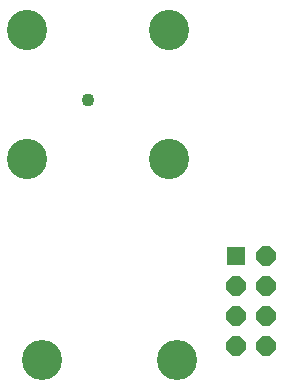
<source format=gbr>
G04 EAGLE Gerber RS-274X export*
G75*
%MOMM*%
%FSLAX34Y34*%
%LPD*%
%INSoldermask Bottom*%
%IPPOS*%
%AMOC8*
5,1,8,0,0,1.08239X$1,22.5*%
G01*
%ADD10C,1.101600*%
%ADD11C,3.401600*%
%ADD12R,1.625600X1.625600*%
%ADD13P,1.759533X8X292.500000*%
%ADD14C,3.403600*%


D10*
X81400Y270500D03*
D11*
X157150Y50500D03*
X42850Y50500D03*
D12*
X207300Y138100D03*
D13*
X232700Y138100D03*
X207300Y112700D03*
X232700Y112700D03*
X207300Y87300D03*
X232700Y87300D03*
X207300Y61900D03*
X232700Y61900D03*
D14*
X30000Y330000D03*
X150000Y330000D03*
X30000Y220000D03*
X150000Y220000D03*
M02*

</source>
